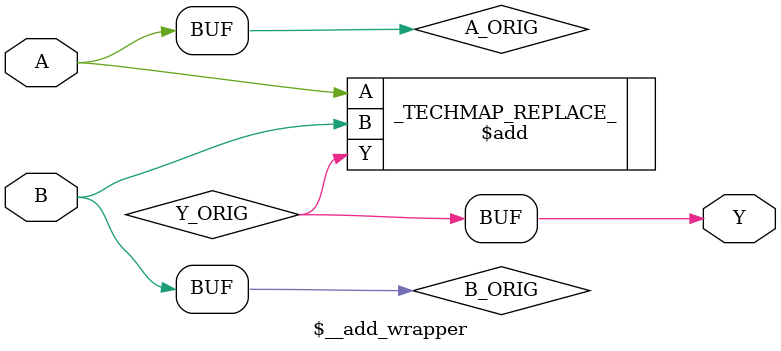
<source format=v>

module \$__mul_wrapper (A, B, Y);

parameter A_SIGNED = 0;
parameter B_SIGNED = 0;
parameter A_WIDTH = 1;
parameter B_WIDTH = 1;
parameter Y_WIDTH = 1;

input [A_WIDTH-1:0] A;
input [B_WIDTH-1:0] B;
output [Y_WIDTH-1:0] Y;

wire [A_WIDTH-1:0] A_ORIG = A;
wire [B_WIDTH-1:0] B_ORIG = B;
wire [Y_WIDTH-1:0] Y_ORIG;
assign Y = Y_ORIG;

\$mul #(
	.A_SIGNED(A_SIGNED),
	.B_SIGNED(B_SIGNED),
	.A_WIDTH(A_WIDTH),
	.B_WIDTH(B_WIDTH),
	.Y_WIDTH(Y_WIDTH)
) _TECHMAP_REPLACE_ (
	.A(A_ORIG),
	.B(B_ORIG),
	.Y(Y_ORIG)
);

endmodule

module \$__add_wrapper (A, B, Y);

parameter A_SIGNED = 0;
parameter B_SIGNED = 0;
parameter A_WIDTH = 1;
parameter B_WIDTH = 1;
parameter Y_WIDTH = 1;

input [A_WIDTH-1:0] A;
input [B_WIDTH-1:0] B;
output [Y_WIDTH-1:0] Y;

wire [A_WIDTH-1:0] A_ORIG = A;
wire [B_WIDTH-1:0] B_ORIG = B;
wire [Y_WIDTH-1:0] Y_ORIG;
assign Y = Y_ORIG;

\$add #(
	.A_SIGNED(A_SIGNED),
	.B_SIGNED(B_SIGNED),
	.A_WIDTH(A_WIDTH),
	.B_WIDTH(B_WIDTH),
	.Y_WIDTH(Y_WIDTH)
) _TECHMAP_REPLACE_ (
	.A(A_ORIG),
	.B(B_ORIG),
	.Y(Y_ORIG)
);

endmodule


</source>
